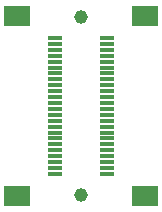
<source format=gbr>
%TF.GenerationSoftware,KiCad,Pcbnew,7.0.2*%
%TF.CreationDate,2023-08-17T13:15:17-07:00*%
%TF.ProjectId,Fpc24Coupler,46706332-3443-46f7-9570-6c65722e6b69,rev?*%
%TF.SameCoordinates,Original*%
%TF.FileFunction,Soldermask,Top*%
%TF.FilePolarity,Negative*%
%FSLAX46Y46*%
G04 Gerber Fmt 4.6, Leading zero omitted, Abs format (unit mm)*
G04 Created by KiCad (PCBNEW 7.0.2) date 2023-08-17 13:15:17*
%MOMM*%
%LPD*%
G01*
G04 APERTURE LIST*
%ADD10C,1.152000*%
%ADD11R,1.300000X0.300000*%
%ADD12R,2.200000X1.800000*%
G04 APERTURE END LIST*
D10*
%TO.C,*%
X154500000Y-92500000D03*
%TD*%
%TO.C,*%
X154500000Y-107500000D03*
%TD*%
D11*
%TO.C,J2*%
X156650000Y-105750000D03*
X156650000Y-105250000D03*
X156650000Y-104750000D03*
X156650000Y-104250000D03*
X156650000Y-103750000D03*
X156650000Y-103250000D03*
X156650000Y-102750000D03*
X156650000Y-102250000D03*
X156650000Y-101750000D03*
X156650000Y-101250000D03*
X156650000Y-100750000D03*
X156650000Y-100250000D03*
X156650000Y-99750000D03*
X156650000Y-99250000D03*
X156650000Y-98750000D03*
X156650000Y-98250000D03*
X156650000Y-97750000D03*
X156650000Y-97250000D03*
X156650000Y-96750000D03*
X156650000Y-96250000D03*
X156650000Y-95750000D03*
X156650000Y-95250000D03*
X156650000Y-94750000D03*
X156650000Y-94250000D03*
D12*
X159900000Y-107650000D03*
X159900000Y-92350000D03*
%TD*%
D11*
%TO.C,J1*%
X152300000Y-94250000D03*
X152300000Y-94750000D03*
X152300000Y-95250000D03*
X152300000Y-95750000D03*
X152300000Y-96250000D03*
X152300000Y-96750000D03*
X152300000Y-97250000D03*
X152300000Y-97750000D03*
X152300000Y-98250000D03*
X152300000Y-98750000D03*
X152300000Y-99250000D03*
X152300000Y-99750000D03*
X152300000Y-100250000D03*
X152300000Y-100750000D03*
X152300000Y-101250000D03*
X152300000Y-101750000D03*
X152300000Y-102250000D03*
X152300000Y-102750000D03*
X152300000Y-103250000D03*
X152300000Y-103750000D03*
X152300000Y-104250000D03*
X152300000Y-104750000D03*
X152300000Y-105250000D03*
X152300000Y-105750000D03*
D12*
X149050000Y-107650000D03*
X149050000Y-92350000D03*
%TD*%
M02*

</source>
